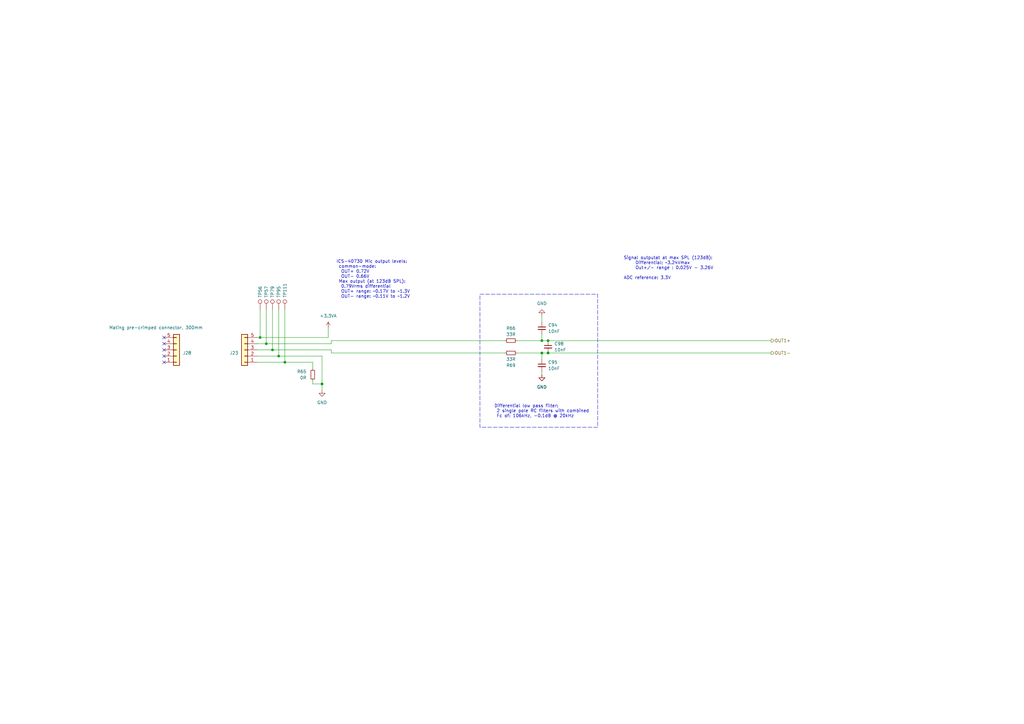
<source format=kicad_sch>
(kicad_sch (version 20231120) (generator "eeschema") (generator_version "8.0")
  (paper "A3")
  (title_block (title "Sound Compass POC") (date "2024-03-23") (rev "A") (company "Josh Berry") (comment 1 "JBRRY"))
  (lib_symbols
    (symbol "Connector:TestPoint" (pin_numbers hide) (pin_names (offset 0.762) hide)
      (property "Reference" "TP" (at 0 6.858 0))
      (property "Value" "TestPoint" (at 0 5.08 0))
      (symbol "TestPoint_0_1"
        (circle (center 0 3.302) (radius 0.762))
      )
      (symbol "TestPoint_1_1"
        (pin passive line (at 0 0 90) (length 2.54) (name "1") (number "1"))
      )
    )
    (symbol "Connector_Generic:Conn_01x05" (pin_names (offset 1.016) hide)
      (property "Reference" "J" (at 0 7.62 0))
      (property "Value" "Conn_01x05" (at 0 -7.62 0))
      (symbol "Conn_01x05_1_1"
        (rectangle (start -1.27 -4.953) (end 0 -5.207) (stroke (width 0.1524)))
        (rectangle (start -1.27 -2.413) (end 0 -2.667) (stroke (width 0.1524)))
        (rectangle (start -1.27 0.127) (end 0 -0.127) (stroke (width 0.1524)))
        (rectangle (start -1.27 2.667) (end 0 2.413) (stroke (width 0.1524)))
        (rectangle (start -1.27 5.207) (end 0 4.953) (stroke (width 0.1524)))
        (rectangle (start -1.27 6.35) (end 1.27 -6.35) (stroke (width 0.254)) (fill (type background)))
        (pin passive line (at -5.08 5.08 0) (length 3.81) (name "Pin_1") (number "1"))
        (pin passive line (at -5.08 2.54 0) (length 3.81) (name "Pin_2") (number "2"))
        (pin passive line (at -5.08 0 0) (length 3.81) (name "Pin_3") (number "3"))
        (pin passive line (at -5.08 -2.54 0) (length 3.81) (name "Pin_4") (number "4"))
        (pin passive line (at -5.08 -5.08 0) (length 3.81) (name "Pin_5") (number "5"))
      )
    )
    (symbol "Device:C_Small" (pin_numbers hide) (pin_names (offset 0.254) hide)
      (property "Reference" "C" (at 0.254 1.778 0))
      (property "Value" "C_Small" (at 0.254 -2.032 0))
      (symbol "C_Small_0_1"
        (polyline (pts (xy -1.524 -0.508) (xy 1.524 -0.508)) (stroke (width 0.3302)))
        (polyline (pts (xy -1.524 0.508) (xy 1.524 0.508)) (stroke (width 0.3048)))
      )
      (symbol "C_Small_1_1"
        (pin passive line (at 0 2.54 270) (length 2.032) (name "~") (number "1"))
        (pin passive line (at 0 -2.54 90) (length 2.032) (name "~") (number "2"))
      )
    )
    (symbol "Device:R_Small" (pin_numbers hide) (pin_names (offset 0.254) hide)
      (property "Reference" "R" (at 0.762 0.508 0))
      (property "Value" "R_Small" (at 0.762 -1.016 0))
      (symbol "R_Small_0_1"
        (rectangle (start -0.762 1.778) (end 0.762 -1.778) (stroke (width 0.2032)))
      )
      (symbol "R_Small_1_1"
        (pin passive line (at 0 2.54 270) (length 0.762) (name "~") (number "1"))
        (pin passive line (at 0 -2.54 90) (length 0.762) (name "~") (number "2"))
      )
    )
    (symbol "power:+3.3VA" (power) (pin_numbers hide) (pin_names (offset 0) hide)
      (property "Value" "+3.3VA" (at 0 3.556 0))
      (symbol "+3.3VA_0_1"
        (polyline (pts (xy -0.762 1.27) (xy 0 2.54)))
        (polyline (pts (xy 0 0) (xy 0 2.54)))
        (polyline (pts (xy 0 2.54) (xy 0.762 1.27)))
      )
      (symbol "+3.3VA_1_1"
        (pin power_in line (at 0 0 90) (length 0) (name "~") (number "1"))
      )
    )
    (symbol "power:GND" (power) (pin_names (offset 0))
      (property "Value" "GND" (at 0 -3.81 0))
      (symbol "GND_0_1"
        (polyline (pts (xy 0 0) (xy 0 -1.27) (xy 1.27 -1.27) (xy 0 -2.54) (xy -1.27 -1.27) (xy 0 -1.27)))
      )
      (symbol "GND_1_1"
        (pin power_in line (at 0 0 270) (length 0) hide (name "GND") (number "1"))
      )
    )
  )
  (junction (at 222.25 144.78))
  (junction (at 116.84 148.59))
  (junction (at 106.68 138.43))
  (junction (at 109.22 140.97))
  (junction (at 224.79 144.78))
  (junction (at 111.76 143.51))
  (junction (at 222.25 139.7))
  (junction (at 114.3 146.05))
  (junction (at 224.79 139.7))
  (junction (at 132.08 157.48))
  (no_connect (at 67.31 140.97))
  (no_connect (at 67.31 148.59))
  (no_connect (at 67.31 143.51))
  (no_connect (at 67.31 138.43))
  (no_connect (at 67.31 146.05))
  (wire (pts (xy 135.89 139.7) (xy 135.89 140.97)))
  (wire (pts (xy 212.09 139.7) (xy 222.25 139.7)))
  (wire (pts (xy 109.22 140.97) (xy 135.89 140.97)))
  (wire (pts (xy 111.76 143.51) (xy 135.89 143.51)))
  (wire (pts (xy 135.89 144.78) (xy 135.89 143.51)))
  (wire (pts (xy 132.08 146.05) (xy 132.08 157.48)))
  (wire (pts (xy 106.68 138.43) (xy 134.62 138.43)))
  (wire (pts (xy 105.41 138.43) (xy 106.68 138.43)))
  (wire (pts (xy 105.41 148.59) (xy 116.84 148.59)))
  (wire (pts (xy 224.79 144.78) (xy 316.23 144.78)))
  (wire (pts (xy 207.01 144.78) (xy 135.89 144.78)))
  (wire (pts (xy 134.62 138.43) (xy 134.62 134.62)))
  (wire (pts (xy 222.25 147.32) (xy 222.25 144.78)))
  (wire (pts (xy 222.25 139.7) (xy 222.25 137.16)))
  (wire (pts (xy 111.76 127) (xy 111.76 143.51)))
  (wire (pts (xy 109.22 127) (xy 109.22 140.97)))
  (wire (pts (xy 222.25 129.54) (xy 222.25 132.08)))
  (wire (pts (xy 105.41 143.51) (xy 111.76 143.51)))
  (wire (pts (xy 128.27 148.59) (xy 128.27 151.13)))
  (wire (pts (xy 128.27 157.48) (xy 132.08 157.48)))
  (wire (pts (xy 116.84 127) (xy 116.84 148.59)))
  (wire (pts (xy 207.01 139.7) (xy 135.89 139.7)))
  (wire (pts (xy 105.41 140.97) (xy 109.22 140.97)))
  (wire (pts (xy 212.09 144.78) (xy 222.25 144.78)))
  (wire (pts (xy 224.79 139.7) (xy 316.23 139.7)))
  (wire (pts (xy 116.84 148.59) (xy 128.27 148.59)))
  (wire (pts (xy 222.25 153.67) (xy 222.25 152.4)))
  (wire (pts (xy 114.3 146.05) (xy 132.08 146.05)))
  (wire (pts (xy 128.27 156.21) (xy 128.27 157.48)))
  (wire (pts (xy 114.3 127) (xy 114.3 146.05)))
  (wire (pts (xy 132.08 157.48) (xy 132.08 160.02)))
  (wire (pts (xy 105.41 146.05) (xy 114.3 146.05)))
  (wire (pts (xy 222.25 144.78) (xy 224.79 144.78)))
  (wire (pts (xy 222.25 139.7) (xy 224.79 139.7)))
  (wire (pts (xy 106.68 127) (xy 106.68 138.43)))
  (rectangle (start 196.85 120.65) (end 245.11 175.26) (stroke (width 0) (type dash)))
  (text "ICS-40730 Mic output levels:\n common-mode:\n  OUT+ 0.72V\n  OUT- 0.66V\n Max output (at 123dB SPL):\n  0.79Vrms differential\n  OUT+ range: ~0.17V to ~1.3V\n  OUT- range: ~0.11V to ~1.2V" (at 137.922 122.428 0) (effects (font (size 1.27 1.27)) (justify left bottom)))
  (text "Signal outputat at max SPL (123dB):\n	Differential: ~3.24Vmax\n	Out+/- range : 0.025V - 3.26V\n\nADC reference: 3.3V" (at 255.778 114.808 0) (effects (font (size 1.27 1.27)) (justify left bottom)))
  (text "Differential low pass filter:\n 2 single pole RC filters with combined \n Fc of: 106kHz, -0.1dB @ 20kHz" (at 202.692 171.45 0) (effects (font (size 1.27 1.27)) (justify left bottom)))
  (hierarchical_label "OUT1-" (shape output) (at 316.23 144.78 0))
  (hierarchical_label "OUT1+" (shape output) (at 316.23 139.7 0))
  (symbol (lib_id "Connector_Generic:Conn_01x05") (at 100.33 143.51 180) (unit 1)
    (property "Reference" "J7" (at 97.79 144.7801 0) (effects (justify left)))
    (property "Value" "Conn_01x05" (effects (hide yes)))
    (property "Footprint" "mic-test-board:Molex_PicoBlade_53047-0510_1x05_P1.25mm_Vertical" (effects (hide yes)))
    (property "Datasheet" "https://www.molex.com/pdm_docs/sd/530470510_sd.pdf" (effects (hide yes)))
    (property "Description" "Generic connector, single row, 01x05, script generated (kicad-library-utils/schlib/autogen/connector/)" (effects (hide yes)))
    (property "Manufacturer" "Molex" (effects (hide yes)))
    (property "Part Number" "0530470510" (effects (hide yes)))
    (property "Supplier" "Digi-Key" (effects (hide yes)))
    (property "Supplier Number" "WM1734-ND" (effects (hide yes)))
    (instances (project "mic-test-pcb" (path "" (reference "J23") (unit 1)) (path "" (reference "J9") (unit 1)) (path "" (reference "J19") (unit 1)) (path "" (reference "J7") (unit 1)) (path "" (reference "J25") (unit 1)) (path "" (reference "J17") (unit 1)) (path "" (reference "J31") (unit 1)) (path "" (reference "J8") (unit 1)) (path "" (reference "J35") (unit 1)) (path "" (reference "J29") (unit 1)) (path "" (reference "J21") (unit 1)) (path "" (reference "J13") (unit 1)) (path "" (reference "J33") (unit 1)) (path "" (reference "J27") (unit 1)) (path "" (reference "J11") (unit 1)) (path "" (reference "J15") (unit 1))))
  )
  (symbol (lib_id "Device:C_Small") (at 222.25 149.86 0) (mirror y) (unit 1)
    (property "Reference" "C26" (at 224.79 148.5962 0) (effects (justify right)))
    (property "Value" "10nF" (at 224.79 151.1362 0) (effects (justify right)))
    (property "Footprint" "Capacitor_SMD:C_0603_1608Metric" (effects (hide yes)))
    (property "Manufacturer" "KEMET" (effects (hide yes)))
    (property "Part Number" "C0603C103M4RAC7867" (effects (hide yes)))
    (property "Supplier" "Digi-Key" (effects (hide yes)))
    (property "Supplier Number" "399-C0603C103M4RAC7867CT-ND" (effects (hide yes)))
    (property "Voltage" "16V" (effects (hide yes)))
    (instances (project "mic-test-pcb" (path "" (reference "C95") (unit 1)) (path "" (reference "C30") (unit 1)) (path "" (reference "C66") (unit 1)) (path "" (reference "C26") (unit 1)) (path "" (reference "C101") (unit 1)) (path "" (reference "C54") (unit 1)) (path "" (reference "C119") (unit 1)) (path "" (reference "C186") (unit 1)) (path "" (reference "C131") (unit 1)) (path "" (reference "C113") (unit 1)) (path "" (reference "C89") (unit 1)) (path "" (reference "C42") (unit 1)) (path "" (reference "C125") (unit 1)) (path "" (reference "C107") (unit 1)) (path "" (reference "C36") (unit 1)) (path "" (reference "C48") (unit 1))))
  )
  (symbol (lib_id "Device:R_Small") (at 209.55 144.78 90) (mirror x) (unit 1)
    (property "Reference" "R223" (at 209.55 149.86 90))
    (property "Value" "33R" (at 209.55 147.32 90))
    (property "Footprint" "Resistor_SMD:R_0603_1608Metric" (effects (hide yes)))
    (property "Manufacturer" "Vishay Dale" (effects (hide yes)))
    (property "Part Number" "CRCW060333R0FKEAC" (effects (hide yes)))
    (property "Supplier Number" "541-3988-1-ND" (effects (hide yes)))
    (property "Supplier" "Digi-Key" (effects (hide yes)))
    (instances (project "mic-test-pcb" (path "" (reference "R69") (unit 1)) (path "" (reference "R12") (unit 1)) (path "" (reference "R57") (unit 1)) (path "" (reference "R223") (unit 1)) (path "" (reference "R75") (unit 1)) (path "" (reference "R49") (unit 1)) (path "" (reference "R93") (unit 1)) (path "" (reference "R6") (unit 1)) (path "" (reference "R105") (unit 1)) (path "" (reference "R87") (unit 1)) (path "" (reference "R63") (unit 1)) (path "" (reference "R24") (unit 1)) (path "" (reference "R99") (unit 1)) (path "" (reference "R81") (unit 1)) (path "" (reference "R18") (unit 1)) (path "" (reference "R43") (unit 1))))
  )
  (symbol (lib_id "Device:R_Small") (at 209.55 139.7 90) (unit 1)
    (property "Reference" "R7" (at 209.55 134.62 90))
    (property "Value" "33R" (at 209.55 137.16 90))
    (property "Footprint" "Resistor_SMD:R_0603_1608Metric" (effects (hide yes)))
    (property "Manufacturer" "Vishay Dale" (effects (hide yes)))
    (property "Part Number" "CRCW060333R0FKEAC" (effects (hide yes)))
    (property "Supplier Number" "541-3988-1-ND" (effects (hide yes)))
    (property "Supplier" "Digi-Key" (effects (hide yes)))
    (instances (project "mic-test-pcb" (path "" (reference "R66") (unit 1)) (path "" (reference "R9") (unit 1)) (path "" (reference "R54") (unit 1)) (path "" (reference "R7") (unit 1)) (path "" (reference "R72") (unit 1)) (path "" (reference "R46") (unit 1)) (path "" (reference "R90") (unit 1)) (path "" (reference "R5") (unit 1)) (path "" (reference "R102") (unit 1)) (path "" (reference "R84") (unit 1)) (path "" (reference "R60") (unit 1)) (path "" (reference "R21") (unit 1)) (path "" (reference "R96") (unit 1)) (path "" (reference "R78") (unit 1)) (path "" (reference "R15") (unit 1)) (path "" (reference "R30") (unit 1))))
  )
  (symbol (lib_id "power:GND") (at 132.08 160.02 0) (unit 1)
    (property "Reference" "#PWR0183" (effects (hide yes)))
    (property "Value" "GND" (at 132.08 165.1 0))
    (instances (project "mic-test-pcb" (path "" (reference "#PWR0117") (unit 1)) (path "" (reference "#PWR055") (unit 1)) (path "" (reference "#PWR0100") (unit 1)) (path "" (reference "#PWR0183") (unit 1)) (path "" (reference "#PWR0125") (unit 1)) (path "" (reference "#PWR092") (unit 1)) (path "" (reference "#PWR0149") (unit 1)) (path "" (reference "#PWR0187") (unit 1)) (path "" (reference "#PWR0176") (unit 1)) (path "" (reference "#PWR0141") (unit 1)) (path "" (reference "#PWR0108") (unit 1)) (path "" (reference "#PWR073") (unit 1)) (path "" (reference "#PWR0168") (unit 1)) (path "" (reference "#PWR0133") (unit 1)) (path "" (reference "#PWR063") (unit 1)) (path "" (reference "#PWR083") (unit 1))))
  )
  (symbol (lib_id "Connector:TestPoint") (at 116.84 127 0) (unit 1) (in_bom no)
    (property "Reference" "TP102" (at 116.84 122.174 90) (effects (justify left)))
    (property "Value" "Hole_1.5mm" (effects (hide yes)))
    (property "Footprint" "TestPoint:TestPoint_THTPad_D2.0mm_Drill1.0mm" (effects (hide yes)))
    (property "Description" "test point" (effects (hide yes)))
    (instances (project "mic-test-pcb" (path "" (reference "TP111") (unit 1)) (path "" (reference "TP102") (unit 1)) (path "" (reference "TP109") (unit 1)) (path "" (reference "TP103") (unit 1)) (path "" (reference "TP112") (unit 1)) (path "" (reference "TP108") (unit 1)) (path "" (reference "TP115") (unit 1)) (path "" (reference "TP106") (unit 1)) (path "" (reference "TP117") (unit 1)) (path "" (reference "TP114") (unit 1)) (path "" (reference "TP110") (unit 1)) (path "" (reference "TP105") (unit 1)) (path "" (reference "TP116") (unit 1)) (path "" (reference "TP113") (unit 1)) (path "" (reference "TP104") (unit 1)) (path "" (reference "TP107") (unit 1))))
  )
  (symbol (lib_id "power:GND") (at 222.25 153.67 0) (unit 1)
    (property "Reference" "#PWR028" (effects (hide yes)))
    (property "Value" "GND" (effects (hide yes)))
    (instances (project "mic-test-pcb" (path "" (reference "#PWR0120") (unit 1)) (path "" (reference "#PWR058") (unit 1)) (path "" (reference "#PWR0103") (unit 1)) (path "" (reference "#PWR028") (unit 1)) (path "" (reference "#PWR0128") (unit 1)) (path "" (reference "#PWR095") (unit 1)) (path "" (reference "#PWR0152") (unit 1)) (path "" (reference "#PWR0185") (unit 1)) (path "" (reference "#PWR0179") (unit 1)) (path "" (reference "#PWR0144") (unit 1)) (path "" (reference "#PWR0111") (unit 1)) (path "" (reference "#PWR078") (unit 1)) (path "" (reference "#PWR0171") (unit 1)) (path "" (reference "#PWR0136") (unit 1)) (path "" (reference "#PWR066") (unit 1)) (path "" (reference "#PWR087") (unit 1))))
  )
  (symbol (lib_id "power:+3.3VA") (at 134.62 134.62 0) (unit 1)
    (property "Reference" "#PWR0184" (effects (hide yes)))
    (property "Value" "+3.3VA" (at 134.62 129.54 0))
    (property "Description" "Power symbol creates a global label with name \"+3.3VA\"" (effects (hide yes)))
    (instances (project "mic-test-pcb" (path "" (reference "#PWR0113") (unit 1)) (path "" (reference "#PWR027") (unit 1)) (path "" (reference "#PWR097") (unit 1)) (path "" (reference "#PWR0184") (unit 1)) (path "" (reference "#PWR0122") (unit 1)) (path "" (reference "#PWR089") (unit 1)) (path "" (reference "#PWR0146") (unit 1)) (path "" (reference "#PWR0188") (unit 1)) (path "" (reference "#PWR0173") (unit 1)) (path "" (reference "#PWR0138") (unit 1)) (path "" (reference "#PWR0105") (unit 1)) (path "" (reference "#PWR068") (unit 1)) (path "" (reference "#PWR0154") (unit 1)) (path "" (reference "#PWR0130") (unit 1)) (path "" (reference "#PWR060") (unit 1)) (path "" (reference "#PWR080") (unit 1))))
  )
  (symbol (lib_id "power:GND") (at 222.25 129.54 180) (unit 1)
    (property "Reference" "#PWR086" (effects (hide yes)))
    (property "Value" "GND" (at 222.25 124.46 0))
    (instances (project "mic-test-pcb" (path "" (reference "#PWR0119") (unit 1)) (path "" (reference "#PWR057") (unit 1)) (path "" (reference "#PWR0102") (unit 1)) (path "" (reference "#PWR086") (unit 1)) (path "" (reference "#PWR0127") (unit 1)) (path "" (reference "#PWR094") (unit 1)) (path "" (reference "#PWR0151") (unit 1)) (path "" (reference "#PWR023") (unit 1)) (path "" (reference "#PWR0178") (unit 1)) (path "" (reference "#PWR0143") (unit 1)) (path "" (reference "#PWR0110") (unit 1)) (path "" (reference "#PWR077") (unit 1)) (path "" (reference "#PWR0170") (unit 1)) (path "" (reference "#PWR0135") (unit 1)) (path "" (reference "#PWR065") (unit 1)) (path "" (reference "#PWR085") (unit 1))))
  )
  (symbol (lib_id "Connector:TestPoint") (at 109.22 127 0) (unit 1) (in_bom no)
    (property "Reference" "TP39" (at 109.22 122.174 90) (effects (justify left)))
    (property "Value" "Hole_1.5mm" (effects (hide yes)))
    (property "Footprint" "TestPoint:TestPoint_THTPad_D2.0mm_Drill1.0mm" (effects (hide yes)))
    (property "Description" "test point" (effects (hide yes)))
    (instances (project "mic-test-pcb" (path "" (reference "TP57") (unit 1)) (path "" (reference "TP39") (unit 1)) (path "" (reference "TP53") (unit 1)) (path "" (reference "TP41") (unit 1)) (path "" (reference "TP59") (unit 1)) (path "" (reference "TP51") (unit 1)) (path "" (reference "TP65") (unit 1)) (path "" (reference "TP47") (unit 1)) (path "" (reference "TP69") (unit 1)) (path "" (reference "TP63") (unit 1)) (path "" (reference "TP55") (unit 1)) (path "" (reference "TP45") (unit 1)) (path "" (reference "TP67") (unit 1)) (path "" (reference "TP61") (unit 1)) (path "" (reference "TP43") (unit 1)) (path "" (reference "TP49") (unit 1))))
  )
  (symbol (lib_id "Connector:TestPoint") (at 106.68 127 0) (unit 1) (in_bom no)
    (property "Reference" "TP38" (at 106.68 122.174 90) (effects (justify left)))
    (property "Value" "Hole_1.5mm" (effects (hide yes)))
    (property "Footprint" "TestPoint:TestPoint_THTPad_D2.0mm_Drill1.0mm" (effects (hide yes)))
    (property "Description" "test point" (effects (hide yes)))
    (instances (project "mic-test-pcb" (path "" (reference "TP56") (unit 1)) (path "" (reference "TP38") (unit 1)) (path "" (reference "TP52") (unit 1)) (path "" (reference "TP40") (unit 1)) (path "" (reference "TP58") (unit 1)) (path "" (reference "TP50") (unit 1)) (path "" (reference "TP64") (unit 1)) (path "" (reference "TP46") (unit 1)) (path "" (reference "TP68") (unit 1)) (path "" (reference "TP62") (unit 1)) (path "" (reference "TP54") (unit 1)) (path "" (reference "TP44") (unit 1)) (path "" (reference "TP66") (unit 1)) (path "" (reference "TP60") (unit 1)) (path "" (reference "TP42") (unit 1)) (path "" (reference "TP48") (unit 1))))
  )
  (symbol (lib_id "Connector:TestPoint") (at 111.76 127 0) (unit 1) (in_bom no)
    (property "Reference" "TP70" (at 111.76 122.174 90) (effects (justify left)))
    (property "Value" "Hole_1.5mm" (effects (hide yes)))
    (property "Footprint" "TestPoint:TestPoint_THTPad_D2.0mm_Drill1.0mm" (effects (hide yes)))
    (property "Description" "test point" (effects (hide yes)))
    (instances (project "mic-test-pcb" (path "" (reference "TP79") (unit 1)) (path "" (reference "TP70") (unit 1)) (path "" (reference "TP77") (unit 1)) (path "" (reference "TP71") (unit 1)) (path "" (reference "TP80") (unit 1)) (path "" (reference "TP76") (unit 1)) (path "" (reference "TP83") (unit 1)) (path "" (reference "TP74") (unit 1)) (path "" (reference "TP85") (unit 1)) (path "" (reference "TP82") (unit 1)) (path "" (reference "TP78") (unit 1)) (path "" (reference "TP73") (unit 1)) (path "" (reference "TP84") (unit 1)) (path "" (reference "TP81") (unit 1)) (path "" (reference "TP72") (unit 1)) (path "" (reference "TP75") (unit 1))))
  )
  (symbol (lib_id "Connector:TestPoint") (at 114.3 127 0) (unit 1) (in_bom no)
    (property "Reference" "TP86" (at 114.3 122.174 90) (effects (justify left)))
    (property "Value" "Hole_1.5mm" (effects (hide yes)))
    (property "Footprint" "TestPoint:TestPoint_THTPad_D2.0mm_Drill1.0mm" (effects (hide yes)))
    (property "Description" "test point" (effects (hide yes)))
    (instances (project "mic-test-pcb" (path "" (reference "TP95") (unit 1)) (path "" (reference "TP86") (unit 1)) (path "" (reference "TP93") (unit 1)) (path "" (reference "TP87") (unit 1)) (path "" (reference "TP96") (unit 1)) (path "" (reference "TP92") (unit 1)) (path "" (reference "TP99") (unit 1)) (path "" (reference "TP90") (unit 1)) (path "" (reference "TP101") (unit 1)) (path "" (reference "TP98") (unit 1)) (path "" (reference "TP94") (unit 1)) (path "" (reference "TP89") (unit 1)) (path "" (reference "TP100") (unit 1)) (path "" (reference "TP97") (unit 1)) (path "" (reference "TP88") (unit 1)) (path "" (reference "TP91") (unit 1))))
  )
  (symbol (lib_id "Device:C_Small") (at 222.25 134.62 0) (mirror y) (unit 1)
    (property "Reference" "C20" (at 224.79 133.3562 0) (effects (justify right)))
    (property "Value" "10nF" (at 224.79 135.8962 0) (effects (justify right)))
    (property "Footprint" "Capacitor_SMD:C_0603_1608Metric" (effects (hide yes)))
    (property "Manufacturer" "KEMET" (effects (hide yes)))
    (property "Part Number" "C0603C103M4RAC7867" (effects (hide yes)))
    (property "Supplier" "Digi-Key" (effects (hide yes)))
    (property "Supplier Number" "399-C0603C103M4RAC7867CT-ND" (effects (hide yes)))
    (property "Voltage" "16V" (effects (hide yes)))
    (instances (project "mic-test-pcb" (path "" (reference "C94") (unit 1)) (path "" (reference "C29") (unit 1)) (path "" (reference "C65") (unit 1)) (path "" (reference "C20") (unit 1)) (path "" (reference "C100") (unit 1)) (path "" (reference "C53") (unit 1)) (path "" (reference "C118") (unit 1)) (path "" (reference "C18") (unit 1)) (path "" (reference "C130") (unit 1)) (path "" (reference "C112") (unit 1)) (path "" (reference "C88") (unit 1)) (path "" (reference "C41") (unit 1)) (path "" (reference "C124") (unit 1)) (path "" (reference "C106") (unit 1)) (path "" (reference "C35") (unit 1)) (path "" (reference "C47") (unit 1))))
  )
  (symbol (lib_id "power:GND") (at 222.25 153.67 0) (unit 1)
    (property "Reference" "#PWR0181" (effects (hide yes)))
    (property "Value" "GND" (at 222.25 158.75 0))
    (instances (project "mic-test-pcb" (path "" (reference "#PWR0121") (unit 1)) (path "" (reference "#PWR059") (unit 1)) (path "" (reference "#PWR0104") (unit 1)) (path "" (reference "#PWR0181") (unit 1)) (path "" (reference "#PWR0129") (unit 1)) (path "" (reference "#PWR096") (unit 1)) (path "" (reference "#PWR0153") (unit 1)) (path "" (reference "#PWR025") (unit 1)) (path "" (reference "#PWR0180") (unit 1)) (path "" (reference "#PWR0145") (unit 1)) (path "" (reference "#PWR0112") (unit 1)) (path "" (reference "#PWR079") (unit 1)) (path "" (reference "#PWR0172") (unit 1)) (path "" (reference "#PWR0137") (unit 1)) (path "" (reference "#PWR067") (unit 1)) (path "" (reference "#PWR088") (unit 1))))
  )
  (symbol (lib_id "Device:R_Small") (at 128.27 153.67 180) (unit 1)
    (property "Reference" "R238" (at 125.73 152.3999 0) (effects (justify left)))
    (property "Value" "0R" (at 125.73 154.9399 0) (effects (justify left)))
    (property "Footprint" "Resistor_SMD:R_0603_1608Metric" (effects (hide yes)))
    (property "Manufacturer" "Stackpole Electronics Inc" (effects (hide yes)))
    (property "Part Number" "RMCF0603ZT0R00" (effects (hide yes)))
    (property "Supplier" "Digi-Key" (effects (hide yes)))
    (property "Supplier Number" "RMCF0603ZT0R00CT-ND" (effects (hide yes)))
    (instances (project "mic-test-pcb" (path "" (reference "R65") (unit 1)) (path "" (reference "R8") (unit 1)) (path "" (reference "R53") (unit 1)) (path "" (reference "R238") (unit 1)) (path "" (reference "R71") (unit 1)) (path "" (reference "R45") (unit 1)) (path "" (reference "R89") (unit 1)) (path "" (reference "R3") (unit 1)) (path "" (reference "R101") (unit 1)) (path "" (reference "R83") (unit 1)) (path "" (reference "R59") (unit 1)) (path "" (reference "R20") (unit 1)) (path "" (reference "R95") (unit 1)) (path "" (reference "R77") (unit 1)) (path "" (reference "R14") (unit 1)) (path "" (reference "R27") (unit 1))))
  )
  (symbol (lib_id "Connector_Generic:Conn_01x05") (at 72.39 143.51 0) (mirror x) (unit 1) (on_board no)
    (property "Reference" "J10" (at 74.93 144.7801 0) (effects (justify left)))
    (property "Value" "Mating pre-crimped connector, 300mm" (at 44.704 134.366 0) (effects (justify left)))
    (property "Datasheet" "https://www.literature.molex.com/SQLImages/kelmscott/Molex/PDF_Images/987651-5322.PDF" (effects (hide yes)))
    (property "Description" "Generic connector, single row, 01x05, script generated (kicad-library-utils/schlib/autogen/connector/)" (effects (hide yes)))
    (property "Manufacturer" "Molex" (effects (hide yes)))
    (property "Part Number" "0151340503" (effects (hide yes)))
    (property "Supplier" "Digi-Key" (effects (hide yes)))
    (property "Supplier Number" "WM15263-ND" (effects (hide yes)))
    (instances (project "mic-test-pcb" (path "" (reference "J28") (unit 1)) (path "" (reference "J10") (unit 1)) (path "" (reference "J24") (unit 1)) (path "" (reference "P1") (unit 1)) (path "" (reference "J30") (unit 1)) (path "" (reference "J22") (unit 1)) (path "" (reference "J36") (unit 1)) (path "" (reference "J18") (unit 1)) (path "" (reference "J38") (unit 1)) (path "" (reference "J34") (unit 1)) (path "" (reference "J26") (unit 1)) (path "" (reference "J16") (unit 1)) (path "" (reference "J37") (unit 1)) (path "" (reference "J32") (unit 1)) (path "" (reference "J14") (unit 1)) (path "" (reference "J20") (unit 1))))
  )
  (symbol (lib_id "Device:C_Small") (at 224.79 142.24 0) (mirror y) (unit 1)
    (property "Reference" "C27" (at 227.33 140.9762 0) (effects (justify right)))
    (property "Value" "10nF" (at 227.33 143.5162 0) (effects (justify right)))
    (property "Footprint" "Capacitor_SMD:C_0603_1608Metric" (effects (hide yes)))
    (property "Manufacturer" "KEMET" (effects (hide yes)))
    (property "Part Number" "C0603C103M4RAC7867" (effects (hide yes)))
    (property "Supplier" "Digi-Key" (effects (hide yes)))
    (property "Supplier Number" "399-C0603C103M4RAC7867CT-ND" (effects (hide yes)))
    (property "Voltage" "16V" (effects (hide yes)))
    (instances (project "mic-test-pcb" (path "" (reference "C98") (unit 1)) (path "" (reference "C33") (unit 1)) (path "" (reference "C86") (unit 1)) (path "" (reference "C27") (unit 1)) (path "" (reference "C104") (unit 1)) (path "" (reference "C57") (unit 1)) (path "" (reference "C122") (unit 1)) (path "" (reference "C187") (unit 1)) (path "" (reference "C134") (unit 1)) (path "" (reference "C116") (unit 1)) (path "" (reference "C92") (unit 1)) (path "" (reference "C45") (unit 1)) (path "" (reference "C128") (unit 1)) (path "" (reference "C110") (unit 1)) (path "" (reference "C39") (unit 1)) (path "" (reference "C51") (unit 1))))
  )
)
</source>
